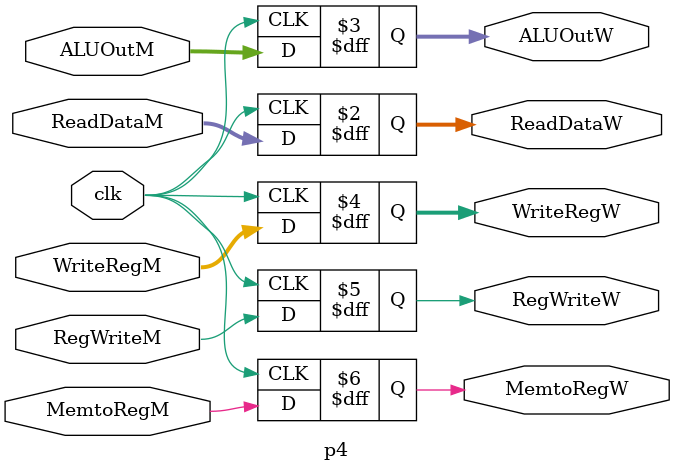
<source format=v>
module p4(input clk,
input[31:0] ReadDataM, ALUOutM, input[4:0] WriteRegM,
output reg[31:0] ReadDataW, ALUOutW, output reg[4:0] WriteRegW,
input RegWriteM, MemtoRegM,
output reg RegWriteW, MemtoRegW);
always @(posedge clk)
begin
ReadDataW<=ReadDataM;
ALUOutW<=ALUOutM;
WriteRegW<=WriteRegM;
MemtoRegW<=MemtoRegM;
RegWriteW<=RegWriteM;
end

endmodule

</source>
